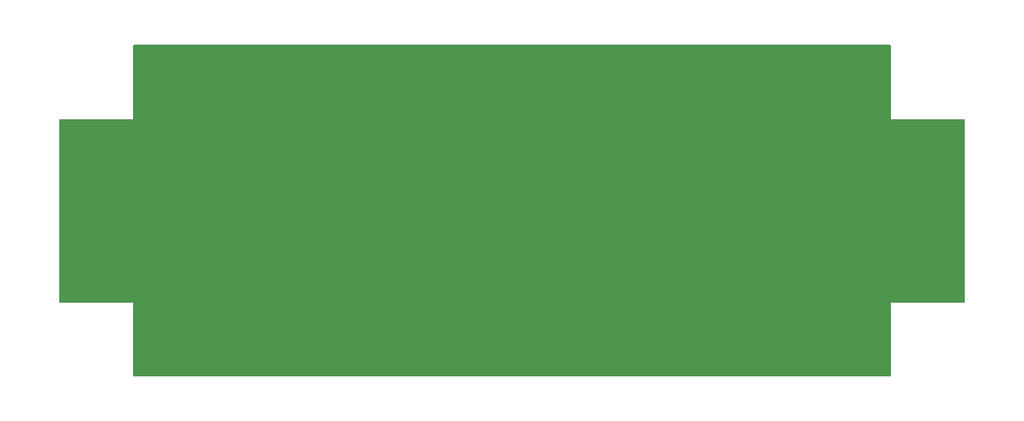
<source format=gbr>
%TF.GenerationSoftware,KiCad,Pcbnew,6.0.1-79c1e3a40b~116~ubuntu20.04.1*%
%TF.CreationDate,2022-10-21T13:42:48+09:00*%
%TF.ProjectId,HV-terminal-branch-board-2-4,48562d74-6572-46d6-996e-616c2d627261,1.0*%
%TF.SameCoordinates,Original*%
%TF.FileFunction,Copper,L1,Top*%
%TF.FilePolarity,Positive*%
%FSLAX46Y46*%
G04 Gerber Fmt 4.6, Leading zero omitted, Abs format (unit mm)*
G04 Created by KiCad (PCBNEW 6.0.1-79c1e3a40b~116~ubuntu20.04.1) date 2022-10-21 13:42:48*
%MOMM*%
%LPD*%
G01*
G04 APERTURE LIST*
%TA.AperFunction,ComponentPad*%
%ADD10C,6.800000*%
%TD*%
%TA.AperFunction,ConnectorPad*%
%ADD11C,12.800000*%
%TD*%
%TA.AperFunction,ViaPad*%
%ADD12C,0.800000*%
%TD*%
%TA.AperFunction,Conductor*%
%ADD13C,6.000000*%
%TD*%
G04 APERTURE END LIST*
D10*
%TO.P,J6,1,Pin_1*%
%TO.N,VBAT(+{slash}-)*%
X137000000Y-83000000D03*
D11*
X137000000Y-83000000D03*
%TD*%
%TO.P,J3,1,Pin_1*%
%TO.N,VBAT(+{slash}-)*%
X95000000Y-67000000D03*
D10*
X95000000Y-67000000D03*
%TD*%
%TO.P,J1,1,Pin_1*%
%TO.N,VBAT(+{slash}-)*%
X111000000Y-67000000D03*
D11*
X111000000Y-67000000D03*
%TD*%
D10*
%TO.P,J2,1,Pin_1*%
%TO.N,VBAT(+{slash}-)*%
X145000000Y-67000000D03*
D11*
X145000000Y-67000000D03*
%TD*%
D10*
%TO.P,J4,1,Pin_1*%
%TO.N,VBAT(+{slash}-)*%
X103000000Y-83000000D03*
D11*
X103000000Y-83000000D03*
%TD*%
%TO.P,J5,1,Pin_1*%
%TO.N,VBAT(+{slash}-)*%
X129000000Y-67000000D03*
D10*
X129000000Y-67000000D03*
%TD*%
D12*
%TO.N,VBAT(+{slash}-)*%
X127500000Y-75000000D03*
X144975418Y-82489104D03*
X87500000Y-65000000D03*
X125007993Y-87503790D03*
X152507993Y-65003790D03*
X107507993Y-75003790D03*
X154974023Y-79999999D03*
X154992535Y-75003789D03*
X109964466Y-80031291D03*
X122500000Y-77500000D03*
X92500000Y-85000000D03*
X152484542Y-74999999D03*
X87500000Y-87500000D03*
X120000000Y-72500000D03*
X127467312Y-84978208D03*
X112472459Y-85013290D03*
X90000000Y-87500000D03*
X142500000Y-75000000D03*
X125007993Y-75003790D03*
X85000000Y-82500000D03*
X114996248Y-74964918D03*
X122500000Y-75000000D03*
X157500000Y-75000000D03*
X137484806Y-72494289D03*
X114960714Y-84974418D03*
X120000000Y-75000000D03*
X87500000Y-82500000D03*
X95000000Y-80000000D03*
X125007993Y-77503790D03*
X114960714Y-79996209D03*
X147507993Y-80003790D03*
X90000000Y-80000000D03*
X144975418Y-84978208D03*
X152507993Y-70003790D03*
X112472459Y-82524186D03*
X112503752Y-77535082D03*
X85000000Y-70000000D03*
X94992007Y-87480753D03*
X154974023Y-82489104D03*
X87500000Y-67500000D03*
X155000000Y-77500000D03*
X102500000Y-65000000D03*
X82500000Y-67500000D03*
X85000000Y-72500000D03*
X114992007Y-87496210D03*
X114992007Y-77496210D03*
X124997097Y-80003789D03*
X117500000Y-87500000D03*
X152503808Y-67473892D03*
X120000000Y-77500000D03*
X122489104Y-84978208D03*
X102500000Y-70000000D03*
X87500000Y-62500000D03*
X154974023Y-69959206D03*
X130007993Y-75003790D03*
X117468707Y-82489104D03*
X120000000Y-82500000D03*
X152503808Y-62495684D03*
X82500000Y-77500000D03*
X122500000Y-82500000D03*
X105000000Y-75000000D03*
X120000000Y-62500000D03*
X87500000Y-85000000D03*
X152503808Y-82492894D03*
X85000000Y-75000000D03*
X154974023Y-67470102D03*
X100000000Y-72500000D03*
X90000000Y-82500000D03*
X149995815Y-79999999D03*
X92500000Y-77500000D03*
X92495871Y-82488482D03*
X104949374Y-72492625D03*
X82500000Y-70000000D03*
X137484806Y-62495684D03*
X134976813Y-72490499D03*
X117500000Y-77500000D03*
X112503752Y-87535082D03*
X145000000Y-77500000D03*
X87500000Y-80000000D03*
X109995759Y-77531292D03*
X127467312Y-82489104D03*
X82500000Y-80000000D03*
X87500000Y-77500000D03*
X157482016Y-72494289D03*
X94992007Y-74996210D03*
X147483411Y-84981998D03*
X149995815Y-82489104D03*
X102507993Y-75003790D03*
X150000000Y-77500000D03*
X154974023Y-72490499D03*
X140000000Y-72500000D03*
X109995759Y-87531292D03*
X157482016Y-67473892D03*
X135007993Y-75003790D03*
X134976813Y-62491894D03*
X92500000Y-75000000D03*
X114960714Y-82485314D03*
X152503808Y-87471102D03*
X137500000Y-75000000D03*
X157507993Y-77503790D03*
X120000000Y-65000000D03*
X149995815Y-84978208D03*
X137507993Y-67503790D03*
X140007993Y-75003790D03*
X82500000Y-82500000D03*
X120000000Y-85000000D03*
X157482016Y-80003789D03*
X157482016Y-82492894D03*
X117500000Y-62500000D03*
X120000000Y-87500000D03*
X129975305Y-87471102D03*
X97500000Y-77500000D03*
X90000000Y-75000000D03*
X92495871Y-79988482D03*
X124997097Y-84981998D03*
X94992007Y-84980753D03*
X144975418Y-87467312D03*
X95000000Y-82500000D03*
X120000000Y-70000000D03*
X117504241Y-74968708D03*
X145000000Y-80000000D03*
X152503808Y-72494289D03*
X87500000Y-72500000D03*
X127500000Y-80000000D03*
X122489104Y-79999999D03*
X82500000Y-72500000D03*
X149995815Y-87467312D03*
X110000000Y-75000000D03*
X112472459Y-80035081D03*
X152503808Y-84981998D03*
X130007993Y-77503790D03*
X137507993Y-70003790D03*
X112507993Y-75003790D03*
X102500000Y-72500000D03*
X132500000Y-75000000D03*
X147483411Y-82492894D03*
X122500000Y-62500000D03*
X87500000Y-75000000D03*
X137507993Y-65003790D03*
X125007993Y-82503790D03*
X90000000Y-85000000D03*
X122500000Y-72500000D03*
X100000000Y-75000000D03*
X157482016Y-69962996D03*
X117468707Y-79999999D03*
X102500000Y-62500000D03*
X92500000Y-87500000D03*
X117453958Y-72492625D03*
X90000000Y-72500000D03*
X142507993Y-77503790D03*
X130007993Y-80003790D03*
X102500000Y-67500000D03*
X149995815Y-72490499D03*
X147483411Y-87471102D03*
X94992007Y-77496210D03*
X147507993Y-77503790D03*
X127500000Y-77500000D03*
X150007993Y-75003790D03*
X117468707Y-84978208D03*
X120000000Y-80000000D03*
X90000000Y-77500000D03*
X85000000Y-77500000D03*
X127467312Y-87467312D03*
X85000000Y-80000000D03*
X122500000Y-87500000D03*
X85000000Y-67500000D03*
X152507993Y-77503790D03*
X120000000Y-67500000D03*
X87500000Y-70000000D03*
X145007993Y-75003790D03*
X152503808Y-80003789D03*
X147500000Y-75000000D03*
X82500000Y-75000000D03*
X97500000Y-75000000D03*
%TD*%
D13*
%TO.N,VBAT(+{slash}-)*%
X103000000Y-75000000D02*
X111000000Y-67000000D01*
X137000000Y-75000000D02*
X145000000Y-67000000D01*
X137000000Y-75000000D02*
X129000000Y-67000000D01*
X103000000Y-75000000D02*
X95000000Y-67000000D01*
X103000000Y-83000000D02*
X103000000Y-75000000D01*
X137000000Y-83000000D02*
X137000000Y-75000000D01*
%TD*%
%TA.AperFunction,Conductor*%
%TO.N,VBAT(+{slash}-)*%
G36*
X152942121Y-60528002D02*
G01*
X152988614Y-60581658D01*
X153000000Y-60634000D01*
X153000000Y-67000000D01*
X159366000Y-67000000D01*
X159434121Y-67020002D01*
X159480614Y-67073658D01*
X159492000Y-67126000D01*
X159492000Y-82874000D01*
X159471998Y-82942121D01*
X159418342Y-82988614D01*
X159366000Y-83000000D01*
X153000000Y-83000000D01*
X153000000Y-89366000D01*
X152979998Y-89434121D01*
X152926342Y-89480614D01*
X152874000Y-89492000D01*
X87126000Y-89492000D01*
X87057879Y-89471998D01*
X87011386Y-89418342D01*
X87000000Y-89366000D01*
X87000000Y-83000000D01*
X80634000Y-83000000D01*
X80565879Y-82979998D01*
X80519386Y-82926342D01*
X80508000Y-82874000D01*
X80508000Y-67126000D01*
X80528002Y-67057879D01*
X80581658Y-67011386D01*
X80634000Y-67000000D01*
X87000000Y-67000000D01*
X87000000Y-60634000D01*
X87020002Y-60565879D01*
X87073658Y-60519386D01*
X87126000Y-60508000D01*
X152874000Y-60508000D01*
X152942121Y-60528002D01*
G37*
%TD.AperFunction*%
%TD*%
M02*

</source>
